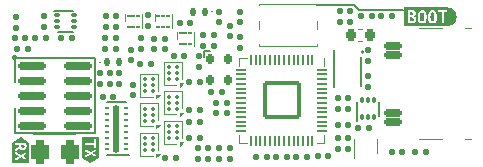
<source format=gbr>
%TF.GenerationSoftware,KiCad,Pcbnew,8.0.3*%
%TF.CreationDate,2024-06-14T23:01:07+10:00*%
%TF.ProjectId,rs-probe,72732d70-726f-4626-952e-6b696361645f,rev?*%
%TF.SameCoordinates,Original*%
%TF.FileFunction,Legend,Top*%
%TF.FilePolarity,Positive*%
%FSLAX46Y46*%
G04 Gerber Fmt 4.6, Leading zero omitted, Abs format (unit mm)*
G04 Created by KiCad (PCBNEW 8.0.3) date 2024-06-14 23:01:07*
%MOMM*%
%LPD*%
G01*
G04 APERTURE LIST*
G04 Aperture macros list*
%AMRoundRect*
0 Rectangle with rounded corners*
0 $1 Rounding radius*
0 $2 $3 $4 $5 $6 $7 $8 $9 X,Y pos of 4 corners*
0 Add a 4 corners polygon primitive as box body*
4,1,4,$2,$3,$4,$5,$6,$7,$8,$9,$2,$3,0*
0 Add four circle primitives for the rounded corners*
1,1,$1+$1,$2,$3*
1,1,$1+$1,$4,$5*
1,1,$1+$1,$6,$7*
1,1,$1+$1,$8,$9*
0 Add four rect primitives between the rounded corners*
20,1,$1+$1,$2,$3,$4,$5,0*
20,1,$1+$1,$4,$5,$6,$7,0*
20,1,$1+$1,$6,$7,$8,$9,0*
20,1,$1+$1,$8,$9,$2,$3,0*%
G04 Aperture macros list end*
%ADD10C,0.200000*%
%ADD11C,0.265000*%
%ADD12C,0.275000*%
%ADD13C,0.120000*%
%ADD14C,0.150000*%
%ADD15C,0.000000*%
%ADD16C,0.100000*%
%ADD17RoundRect,0.185000X-1.015000X-0.185000X1.015000X-0.185000X1.015000X0.185000X-1.015000X0.185000X0*%
%ADD18C,0.650000*%
%ADD19RoundRect,0.150000X0.575000X-0.150000X0.575000X0.150000X-0.575000X0.150000X-0.575000X-0.150000X0*%
%ADD20O,1.450000X0.300000*%
%ADD21O,2.100000X1.000000*%
%ADD22O,1.600000X1.000000*%
%ADD23RoundRect,0.125000X0.200000X0.000010X-0.200000X0.000010X-0.200000X-0.000010X0.200000X-0.000010X0*%
%ADD24RoundRect,0.125000X0.125000X1.925000X-0.125000X1.925000X-0.125000X-1.925000X0.125000X-1.925000X0*%
%ADD25RoundRect,0.137500X-0.137500X-0.137500X0.137500X-0.137500X0.137500X0.137500X-0.137500X0.137500X0*%
%ADD26RoundRect,0.137500X0.137500X-0.137500X0.137500X0.137500X-0.137500X0.137500X-0.137500X-0.137500X0*%
%ADD27RoundRect,0.050000X-0.050000X0.387500X-0.050000X-0.387500X0.050000X-0.387500X0.050000X0.387500X0*%
%ADD28RoundRect,0.050000X-0.387500X0.050000X-0.387500X-0.050000X0.387500X-0.050000X0.387500X0.050000X0*%
%ADD29RoundRect,0.144000X-1.456000X1.456000X-1.456000X-1.456000X1.456000X-1.456000X1.456000X1.456000X0*%
%ADD30RoundRect,0.137500X-0.137500X0.137500X-0.137500X-0.137500X0.137500X-0.137500X0.137500X0.137500X0*%
%ADD31RoundRect,0.067500X0.097500X0.067500X-0.097500X0.067500X-0.097500X-0.067500X0.097500X-0.067500X0*%
%ADD32RoundRect,0.137500X0.137500X0.137500X-0.137500X0.137500X-0.137500X-0.137500X0.137500X-0.137500X0*%
%ADD33RoundRect,0.147500X0.147500X0.172500X-0.147500X0.172500X-0.147500X-0.172500X0.147500X-0.172500X0*%
%ADD34RoundRect,0.075000X-0.150000X-0.075000X0.150000X-0.075000X0.150000X0.075000X-0.150000X0.075000X0*%
%ADD35RoundRect,0.062500X0.087500X-0.062500X0.087500X0.062500X-0.087500X0.062500X-0.087500X-0.062500X0*%
%ADD36R,0.940000X0.300000*%
%ADD37R,0.650000X0.850000*%
%ADD38O,0.250000X0.600000*%
%ADD39R,1.600000X0.200000*%
%ADD40RoundRect,0.075000X0.075000X-0.150000X0.075000X0.150000X-0.075000X0.150000X-0.075000X-0.150000X0*%
%ADD41RoundRect,0.375000X-0.375000X-0.625000X0.375000X-0.625000X0.375000X0.625000X-0.375000X0.625000X0*%
%ADD42RoundRect,0.147500X-0.147500X-0.172500X0.147500X-0.172500X0.147500X0.172500X-0.147500X0.172500X0*%
%ADD43RoundRect,0.218750X0.218750X0.256250X-0.218750X0.256250X-0.218750X-0.256250X0.218750X-0.256250X0*%
%ADD44RoundRect,0.175000X-0.175000X0.275000X-0.175000X-0.275000X0.175000X-0.275000X0.175000X0.275000X0*%
%ADD45R,1.450000X0.700000*%
%ADD46C,1.100000*%
%ADD47C,0.990600*%
G04 APERTURE END LIST*
D10*
X7700000Y2835000D02*
X900000Y2835000D01*
D11*
X33900000Y13350000D02*
X33900000Y12050000D01*
D10*
X29600000Y13700000D02*
X30050000Y13250000D01*
X7700000Y9235000D02*
X7700000Y2835000D01*
X26450000Y13700000D02*
X29600000Y13700000D01*
X900000Y2835000D02*
X900000Y4935000D01*
X900000Y9235000D02*
X7700000Y9235000D01*
D12*
X1037500Y9235000D02*
G75*
G02*
X762500Y9235000I-137500J0D01*
G01*
X762500Y9235000D02*
G75*
G02*
X1037500Y9235000I137500J0D01*
G01*
D10*
X900000Y7135000D02*
X900000Y9235000D01*
X30050000Y13250000D02*
X33800000Y13250000D01*
D13*
%TO.C,U5*%
X1210000Y9170000D02*
X2535000Y9170000D01*
X2475000Y2825000D02*
X2475000Y2760000D01*
X2475000Y2760000D02*
X6005000Y2760000D01*
X2535000Y9235000D02*
X2535000Y9170000D01*
X2535000Y9235000D02*
X6065000Y9235000D01*
X6005000Y2825000D02*
X6005000Y2760000D01*
X6065000Y9235000D02*
X6065000Y9170000D01*
%TO.C,J1*%
X35100000Y11700000D02*
X37100000Y11700000D01*
X35100000Y2300000D02*
X37100000Y2300000D01*
X39000000Y11700000D02*
X39540000Y11700000D01*
X39000000Y2300000D02*
X39540000Y2300000D01*
D14*
%TO.C,U4*%
X10300000Y5450000D02*
X8700000Y5450000D01*
X10600000Y950000D02*
X8700000Y950000D01*
D13*
%TO.C,U6*%
X19890000Y9210000D02*
X20540000Y9210000D01*
X19890000Y8560000D02*
X19890000Y9210000D01*
X19890000Y2640000D02*
X19890000Y1990000D01*
X19890000Y1990000D02*
X20540000Y1990000D01*
X27110000Y8560000D02*
X27110000Y9210000D01*
X27110000Y2640000D02*
X27110000Y1990000D01*
X27110000Y1990000D02*
X26460000Y1990000D01*
%TO.C,U10*%
X11540000Y7870000D02*
X11540000Y5930000D01*
X11540000Y5930000D02*
X12570000Y5930000D01*
X13060000Y7870000D02*
X11540000Y7870000D01*
X13060000Y6430000D02*
X13060000Y7870000D01*
X12900000Y5780000D02*
X12900000Y6060000D01*
X13180000Y6060000D01*
X12900000Y5780000D01*
G36*
X12900000Y5780000D02*
G01*
X12900000Y6060000D01*
X13180000Y6060000D01*
X12900000Y5780000D01*
G37*
D15*
%TO.C,kibuzzard-61EE8014*%
G36*
X34640644Y12597844D02*
G01*
X34690412Y12485211D01*
X34672950Y12407503D01*
X34628421Y12360354D01*
X34566429Y12337653D01*
X34494832Y12331541D01*
X34441572Y12333287D01*
X34391804Y12338526D01*
X34391804Y12631896D01*
X34507056Y12631896D01*
X34640644Y12597844D01*
G37*
G36*
X34547220Y13060601D02*
G01*
X34596115Y13043138D01*
X34629294Y13006467D01*
X34641517Y12944475D01*
X34599607Y12845812D01*
X34475624Y12810014D01*
X34391804Y12810014D01*
X34391804Y13057981D01*
X34438952Y13063220D01*
X34489594Y13064966D01*
X34547220Y13060601D01*
G37*
G36*
X35481464Y13047504D02*
G01*
X35532978Y12967176D01*
X35557426Y12847558D01*
X35562010Y12776180D01*
X35563537Y12700000D01*
X35562010Y12624038D01*
X35557426Y12553315D01*
X35532978Y12433697D01*
X35480591Y12352496D01*
X35392405Y12322810D01*
X35303346Y12352496D01*
X35251832Y12432824D01*
X35227384Y12552442D01*
X35222800Y12623820D01*
X35221272Y12700000D01*
X35222800Y12775962D01*
X35227384Y12846685D01*
X35251832Y12966303D01*
X35303346Y13047504D01*
X35392405Y13077190D01*
X35481464Y13047504D01*
G37*
G36*
X36354589Y13047504D02*
G01*
X36406103Y12967176D01*
X36430551Y12847558D01*
X36435135Y12776180D01*
X36436662Y12700000D01*
X36435135Y12624038D01*
X36430551Y12553315D01*
X36406103Y12433697D01*
X36353716Y12352496D01*
X36265530Y12322810D01*
X36176471Y12352496D01*
X36124957Y12432824D01*
X36100509Y12552442D01*
X36095925Y12623820D01*
X36094397Y12700000D01*
X36095925Y12775962D01*
X36100509Y12846685D01*
X36124957Y12966303D01*
X36176471Y13047504D01*
X36265530Y13077190D01*
X36354589Y13047504D01*
G37*
G36*
X34177015Y13482320D02*
G01*
X37531561Y13482320D01*
X37531707Y13482320D01*
X37608388Y13478553D01*
X37684330Y13467288D01*
X37758802Y13448634D01*
X37831088Y13422769D01*
X37900490Y13389945D01*
X37966340Y13350475D01*
X38028005Y13304742D01*
X38084890Y13253184D01*
X38136448Y13196299D01*
X38182182Y13134634D01*
X38221651Y13068783D01*
X38254476Y12999381D01*
X38280340Y12927095D01*
X38298995Y12852623D01*
X38310260Y12776681D01*
X38314027Y12700000D01*
X38310260Y12623319D01*
X38298995Y12547377D01*
X38280340Y12472905D01*
X38254476Y12400619D01*
X38221651Y12331217D01*
X38182182Y12265366D01*
X38136448Y12203701D01*
X38084890Y12146816D01*
X38028005Y12095258D01*
X37966340Y12049525D01*
X37900490Y12010055D01*
X37831088Y11977231D01*
X37758802Y11951366D01*
X37684330Y11932712D01*
X37608388Y11921447D01*
X37531707Y11917680D01*
X37531561Y11917680D01*
X34177015Y11917680D01*
X33885973Y11917680D01*
X33885973Y13225621D01*
X34177015Y13225621D01*
X34177015Y12176125D01*
X34252540Y12162373D01*
X34328939Y12152551D01*
X34404464Y12146657D01*
X34477370Y12144692D01*
X34563591Y12148840D01*
X34644137Y12161282D01*
X34716606Y12183547D01*
X34778598Y12217162D01*
X34868530Y12321937D01*
X34893414Y12395498D01*
X34901709Y12485211D01*
X34891886Y12558554D01*
X34862418Y12628404D01*
X34805447Y12689522D01*
X34784928Y12700000D01*
X35002991Y12700000D01*
X35009267Y12568868D01*
X35028094Y12454870D01*
X35059472Y12358008D01*
X35103401Y12278281D01*
X35180333Y12199214D01*
X35277249Y12151775D01*
X35394151Y12135961D01*
X35508240Y12151775D01*
X35603701Y12199214D01*
X35680536Y12278281D01*
X35724847Y12358008D01*
X35756498Y12454870D01*
X35775489Y12568868D01*
X35781819Y12700000D01*
X35876116Y12700000D01*
X35882392Y12568868D01*
X35901219Y12454870D01*
X35932597Y12358008D01*
X35976526Y12278281D01*
X36053458Y12199214D01*
X36150374Y12151775D01*
X36267276Y12135961D01*
X36381365Y12151775D01*
X36476826Y12199214D01*
X36553661Y12278281D01*
X36597972Y12358008D01*
X36629623Y12454870D01*
X36648614Y12568868D01*
X36654944Y12700000D01*
X36648723Y12831132D01*
X36630060Y12945130D01*
X36598955Y13041992D01*
X36588314Y13061474D01*
X36745749Y13061474D01*
X37030387Y13061474D01*
X37030387Y12158662D01*
X37246922Y12158662D01*
X37246922Y13061474D01*
X37531561Y13061474D01*
X37531561Y13239591D01*
X36745749Y13239591D01*
X36745749Y13061474D01*
X36588314Y13061474D01*
X36555407Y13121719D01*
X36478961Y13200786D01*
X36382335Y13248225D01*
X36265530Y13264039D01*
X36152218Y13248225D01*
X36056756Y13200786D01*
X35979145Y13121719D01*
X35934070Y13041992D01*
X35901873Y12945130D01*
X35882556Y12831132D01*
X35876116Y12700000D01*
X35781819Y12700000D01*
X35775598Y12831132D01*
X35756935Y12945130D01*
X35725830Y13041992D01*
X35682282Y13121719D01*
X35605836Y13200786D01*
X35509210Y13248225D01*
X35392405Y13264039D01*
X35279093Y13248225D01*
X35183631Y13200786D01*
X35106020Y13121719D01*
X35060945Y13041992D01*
X35028748Y12945130D01*
X35009431Y12831132D01*
X35002991Y12700000D01*
X34784928Y12700000D01*
X34713114Y12736671D01*
X34813523Y12830969D01*
X34841681Y12894707D01*
X34851067Y12967176D01*
X34835351Y13068459D01*
X34775979Y13160137D01*
X34655487Y13226494D01*
X34567302Y13245485D01*
X34456415Y13251815D01*
X34311476Y13243957D01*
X34177015Y13225621D01*
X33885973Y13225621D01*
X33885973Y13482320D01*
X34177015Y13482320D01*
G37*
D16*
%TO.C,D2*%
X17640000Y13100000D02*
G75*
G02*
X17540000Y13100000I-50000J0D01*
G01*
X17540000Y13100000D02*
G75*
G02*
X17640000Y13100000I50000J0D01*
G01*
D14*
%TO.C,Q1*%
X4200000Y13200000D02*
X5800000Y13200000D01*
X5800000Y11400000D02*
X4600000Y11400000D01*
D13*
%TO.C,U8*%
X11540000Y5370000D02*
X11540000Y3430000D01*
X11540000Y3430000D02*
X12570000Y3430000D01*
X13060000Y5370000D02*
X11540000Y5370000D01*
X13060000Y3930000D02*
X13060000Y5370000D01*
X12900000Y3280000D02*
X12900000Y3560000D01*
X13180000Y3560000D01*
X12900000Y3280000D01*
G36*
X12900000Y3280000D02*
G01*
X12900000Y3560000D01*
X13180000Y3560000D01*
X12900000Y3280000D01*
G37*
D15*
%TO.C,kibuzzard-6228D4B3*%
G36*
X1726231Y1782521D02*
G01*
X1727025Y1755534D01*
X1717897Y1685287D01*
X1690513Y1630121D01*
X1643681Y1594403D01*
X1576213Y1582496D01*
X1465881Y1626946D01*
X1436711Y1685287D01*
X1426988Y1771409D01*
X1426988Y1814271D01*
X1722263Y1814271D01*
X1726231Y1782521D01*
G37*
G36*
X2095325Y2009666D02*
G01*
X2095325Y2009534D01*
X2095325Y525221D01*
X2095325Y326784D01*
X704675Y326784D01*
X704675Y525221D01*
X704675Y1072909D01*
X903112Y1072909D01*
X989036Y1036396D01*
X1084881Y993534D01*
X1183902Y947496D01*
X1279350Y901459D01*
X1180925Y854826D01*
X1082500Y810178D01*
X988441Y769895D01*
X903112Y736359D01*
X903112Y525221D01*
X1007094Y568084D01*
X1070594Y597254D01*
X1138856Y630790D01*
X1210492Y667898D01*
X1284112Y707784D01*
X1357137Y749456D01*
X1426988Y791921D01*
X1885775Y541096D01*
X1885775Y737946D01*
X1571450Y901459D01*
X1885775Y1057034D01*
X1885775Y1268171D01*
X1422225Y1010996D01*
X1352573Y1049890D01*
X1280144Y1090371D01*
X1207317Y1130654D01*
X1136475Y1168953D01*
X1069006Y1204671D01*
X1006300Y1237215D01*
X903112Y1284046D01*
X903112Y1072909D01*
X704675Y1072909D01*
X704675Y1814271D01*
X903112Y1814271D01*
X1265062Y1814271D01*
X1265062Y1712671D01*
X1175170Y1658895D01*
X1086469Y1608690D01*
X996577Y1563248D01*
X903112Y1523759D01*
X903112Y1318971D01*
X1007094Y1364215D01*
X1116631Y1418984D01*
X1221406Y1477721D01*
X1312687Y1534871D01*
X1357534Y1465418D01*
X1419050Y1418984D01*
X1492869Y1392790D01*
X1574625Y1384059D01*
X1651817Y1390607D01*
X1718294Y1410253D01*
X1819100Y1485659D01*
X1853628Y1539634D01*
X1877838Y1603134D01*
X1892125Y1675365D01*
X1896888Y1755534D01*
X1895300Y1811096D01*
X1891331Y1877771D01*
X1883394Y1946828D01*
X1871488Y2009534D01*
X903112Y2009534D01*
X903112Y1814271D01*
X704675Y1814271D01*
X704675Y2009534D01*
X704675Y2009666D01*
X1400000Y2473216D01*
X2095325Y2009666D01*
G37*
D13*
%TO.C,U14*%
X12755000Y12300000D02*
X12755000Y12900000D01*
X14175000Y11700000D02*
X14175000Y12900000D01*
%TO.C,U9*%
X13540000Y6370000D02*
X13540000Y4430000D01*
X13540000Y4430000D02*
X14570000Y4430000D01*
X15060000Y6370000D02*
X13540000Y6370000D01*
X15060000Y4930000D02*
X15060000Y6370000D01*
X14900000Y4280000D02*
X14900000Y4560000D01*
X15180000Y4560000D01*
X14900000Y4280000D01*
G36*
X14900000Y4280000D02*
G01*
X14900000Y4560000D01*
X15180000Y4560000D01*
X14900000Y4280000D01*
G37*
%TO.C,D1*%
X29650000Y700000D02*
X29650000Y2300000D01*
X31550000Y1150000D02*
X31550000Y2300000D01*
D14*
%TO.C,U3*%
X27950000Y9850000D02*
X27950000Y6750000D01*
X30250000Y9300000D02*
X30250000Y6800000D01*
D10*
X30450000Y9700000D02*
G75*
G02*
X30250000Y9700000I-100000J0D01*
G01*
X30250000Y9700000D02*
G75*
G02*
X30450000Y9700000I100000J0D01*
G01*
D14*
%TO.C,U7*%
X29900000Y3900000D02*
X29900000Y5500000D01*
X31700000Y5500000D02*
X31700000Y4300000D01*
D15*
%TO.C,kibuzzard-6228D4CF*%
G36*
X7989769Y2295945D02*
G01*
X7989769Y765595D01*
X7989769Y765463D01*
X7300000Y305617D01*
X6610231Y765463D01*
X6610231Y765595D01*
X6610231Y1313283D01*
X6808669Y1313283D01*
X6894592Y1276770D01*
X6990437Y1233908D01*
X7089458Y1187870D01*
X7184906Y1141833D01*
X7086481Y1095200D01*
X6988056Y1050552D01*
X6893997Y1010269D01*
X6808669Y976733D01*
X6808669Y765595D01*
X6912650Y808458D01*
X6976150Y837628D01*
X7044412Y871164D01*
X7116048Y908272D01*
X7189669Y948158D01*
X7262694Y989830D01*
X7332544Y1032295D01*
X7791331Y781470D01*
X7791331Y978320D01*
X7477006Y1141833D01*
X7791331Y1297408D01*
X7791331Y1508545D01*
X7327781Y1251370D01*
X7258130Y1290264D01*
X7185700Y1330745D01*
X7112873Y1371028D01*
X7042031Y1409327D01*
X6974562Y1445045D01*
X6911856Y1477589D01*
X6808669Y1524420D01*
X6808669Y1313283D01*
X6610231Y1313283D01*
X6610231Y2037183D01*
X6808669Y2037183D01*
X6808669Y1840333D01*
X7629406Y1840333D01*
X7629406Y1581570D01*
X7791331Y1581570D01*
X7791331Y2295945D01*
X7629406Y2295945D01*
X7629406Y2037183D01*
X6808669Y2037183D01*
X6610231Y2037183D01*
X6610231Y2295945D01*
X6610231Y2494383D01*
X7989769Y2494383D01*
X7989769Y2295945D01*
G37*
D13*
%TO.C,U13*%
X10240000Y12300000D02*
X10240000Y12900000D01*
X11660000Y11700000D02*
X11660000Y12900000D01*
%TO.C,U1*%
X11540000Y2870000D02*
X11540000Y930000D01*
X11540000Y930000D02*
X12570000Y930000D01*
X13060000Y2870000D02*
X11540000Y2870000D01*
X13060000Y1430000D02*
X13060000Y2870000D01*
X12900000Y780000D02*
X12900000Y1060000D01*
X13180000Y1060000D01*
X12900000Y780000D01*
G36*
X12900000Y780000D02*
G01*
X12900000Y1060000D01*
X13180000Y1060000D01*
X12900000Y780000D01*
G37*
%TO.C,U11*%
X13540000Y8870000D02*
X13540000Y6930000D01*
X13540000Y6930000D02*
X14570000Y6930000D01*
X15060000Y8870000D02*
X13540000Y8870000D01*
X15060000Y7430000D02*
X15060000Y8870000D01*
X14900000Y6780000D02*
X14900000Y7060000D01*
X15180000Y7060000D01*
X14900000Y6780000D01*
G36*
X14900000Y6780000D02*
G01*
X14900000Y7060000D01*
X15180000Y7060000D01*
X14900000Y6780000D01*
G37*
D16*
%TO.C,D3*%
X8160000Y8850000D02*
G75*
G02*
X8060000Y8850000I-50000J0D01*
G01*
X8060000Y8850000D02*
G75*
G02*
X8160000Y8850000I50000J0D01*
G01*
D13*
%TO.C,F1*%
X30312779Y11660000D02*
X29987221Y11660000D01*
X30312779Y10640000D02*
X29987221Y10640000D01*
%TO.C,U2*%
X13540000Y3870000D02*
X13540000Y1930000D01*
X13540000Y1930000D02*
X14570000Y1930000D01*
X15060000Y3870000D02*
X13540000Y3870000D01*
X15060000Y2430000D02*
X15060000Y3870000D01*
X14900000Y1780000D02*
X14900000Y2060000D01*
X15180000Y2060000D01*
X14900000Y1780000D01*
G36*
X14900000Y1780000D02*
G01*
X14900000Y2060000D01*
X15180000Y2060000D01*
X14900000Y1780000D01*
G37*
D14*
%TO.C,X1*%
X16900000Y9750000D02*
X16900000Y9300000D01*
X17400000Y9750000D02*
X16900000Y9750000D01*
D13*
%TO.C,U12*%
X14640000Y10825000D02*
X14640000Y11425000D01*
X16060000Y10225000D02*
X16060000Y11425000D01*
%TO.C,SW1*%
X21550000Y13750000D02*
X21550000Y13650000D01*
X21550000Y12350000D02*
X21550000Y11650000D01*
X21550000Y10350000D02*
X21550000Y10250000D01*
X21550000Y10250000D02*
X26450000Y10250000D01*
X26450000Y13750000D02*
X21550000Y13750000D01*
X26450000Y13750000D02*
X26450000Y13650000D01*
X26450000Y12350000D02*
X26450000Y11650000D01*
X26450000Y10250000D02*
X26450000Y10350000D01*
%TD*%
%LPC*%
D17*
%TO.C,U5*%
X2350000Y8540000D03*
X6250000Y8540000D03*
X2350000Y7270000D03*
X6250000Y7270000D03*
X2350000Y6000000D03*
X6250000Y6000000D03*
X2350000Y4730000D03*
X6250000Y4730000D03*
X2350000Y3460000D03*
X6250000Y3460000D03*
%TD*%
D18*
%TO.C,J1*%
X34400000Y4110000D03*
X34400000Y9890000D03*
D19*
X32955000Y3750000D03*
X32955000Y4550000D03*
D20*
X32955000Y5750000D03*
X32955000Y6750000D03*
X32955000Y7250000D03*
X32955000Y8250000D03*
D19*
X32955000Y9450000D03*
X32955000Y10250000D03*
X32955000Y10250000D03*
X32955000Y9450000D03*
D20*
X32955000Y8750000D03*
X32955000Y7750000D03*
X32955000Y6250000D03*
X32955000Y5250000D03*
D19*
X32955000Y4550000D03*
X32955000Y3750000D03*
D21*
X33870000Y2680000D03*
D22*
X38050000Y2680000D03*
D21*
X33870000Y11320000D03*
D22*
X38050000Y11320000D03*
%TD*%
D23*
%TO.C,U4*%
X10325000Y1450000D03*
X10325000Y1950000D03*
X10325000Y2450000D03*
X10325000Y2950000D03*
X10325000Y3450000D03*
X10325000Y3950000D03*
X10325000Y4450000D03*
X10325000Y4950000D03*
X8675000Y4950000D03*
X8675000Y4450000D03*
X8675000Y3950000D03*
X8675000Y3450000D03*
X8675000Y2950000D03*
X8675000Y2450000D03*
X8675000Y1950000D03*
X8675000Y1450000D03*
D24*
X9500000Y3200000D03*
%TD*%
D25*
%TO.C,R29*%
X30250000Y12750000D03*
X31150000Y12750000D03*
%TD*%
%TO.C,R9*%
X8075000Y7900000D03*
X8975000Y7900000D03*
%TD*%
D26*
%TO.C,R2*%
X30800000Y8950000D03*
X30800000Y9850000D03*
%TD*%
D27*
%TO.C,U6*%
X26100000Y9037500D03*
X25700000Y9037500D03*
X25300000Y9037500D03*
X24900000Y9037500D03*
X24500000Y9037500D03*
X24100000Y9037500D03*
X23700000Y9037500D03*
X23300000Y9037500D03*
X22900000Y9037500D03*
X22500000Y9037500D03*
X22100000Y9037500D03*
X21700000Y9037500D03*
X21300000Y9037500D03*
X20900000Y9037500D03*
D28*
X20062500Y8200000D03*
X20062500Y7800000D03*
X20062500Y7400000D03*
X20062500Y7000000D03*
X20062500Y6600000D03*
X20062500Y6200000D03*
X20062500Y5800000D03*
X20062500Y5400000D03*
X20062500Y5000000D03*
X20062500Y4600000D03*
X20062500Y4200000D03*
X20062500Y3800000D03*
X20062500Y3400000D03*
X20062500Y3000000D03*
D27*
X20900000Y2162500D03*
X21300000Y2162500D03*
X21700000Y2162500D03*
X22100000Y2162500D03*
X22500000Y2162500D03*
X22900000Y2162500D03*
X23300000Y2162500D03*
X23700000Y2162500D03*
X24100000Y2162500D03*
X24500000Y2162500D03*
X24900000Y2162500D03*
X25300000Y2162500D03*
X25700000Y2162500D03*
X26100000Y2162500D03*
D28*
X26937500Y3000000D03*
X26937500Y3400000D03*
X26937500Y3800000D03*
X26937500Y4200000D03*
X26937500Y4600000D03*
X26937500Y5000000D03*
X26937500Y5400000D03*
X26937500Y5800000D03*
X26937500Y6200000D03*
X26937500Y6600000D03*
X26937500Y7000000D03*
X26937500Y7400000D03*
X26937500Y7800000D03*
X26937500Y8200000D03*
D29*
X23500000Y5600000D03*
%TD*%
D30*
%TO.C,R17*%
X16500000Y9350000D03*
X16500000Y8450000D03*
%TD*%
D31*
%TO.C,U10*%
X12640000Y6400000D03*
X12640000Y6900000D03*
X12640000Y7400000D03*
X11960000Y7400000D03*
X11960000Y6900000D03*
X11960000Y6400000D03*
%TD*%
D32*
%TO.C,C22*%
X23950000Y800000D03*
X23050000Y800000D03*
%TD*%
D33*
%TO.C,D2*%
X16985000Y13100000D03*
X16015000Y13100000D03*
%TD*%
D25*
%TO.C,C25*%
X14350000Y9350000D03*
X15250000Y9350000D03*
%TD*%
D26*
%TO.C,C13*%
X20000000Y10050000D03*
X20000000Y10950000D03*
%TD*%
D25*
%TO.C,C18*%
X15650000Y7200000D03*
X16550000Y7200000D03*
%TD*%
D26*
%TO.C,R8*%
X16400000Y650000D03*
X16400000Y1550000D03*
%TD*%
D32*
%TO.C,R11*%
X8975000Y7000000D03*
X8075000Y7000000D03*
%TD*%
D25*
%TO.C,C17*%
X15650000Y3800000D03*
X16550000Y3800000D03*
%TD*%
D32*
%TO.C,R13*%
X13600000Y10800000D03*
X12700000Y10800000D03*
%TD*%
%TO.C,C1*%
X18450000Y6300000D03*
X17550000Y6300000D03*
%TD*%
D34*
%TO.C,Q1*%
X4500000Y12800000D03*
X4500000Y12300000D03*
X4500000Y11800000D03*
X5900000Y11800000D03*
X5900000Y12300000D03*
X5900000Y12800000D03*
%TD*%
D31*
%TO.C,U8*%
X12640000Y3900000D03*
X12640000Y4400000D03*
X12640000Y4900000D03*
X11960000Y4900000D03*
X11960000Y4400000D03*
X11960000Y3900000D03*
%TD*%
D32*
%TO.C,C3*%
X22250000Y800000D03*
X21350000Y800000D03*
%TD*%
D25*
%TO.C,R16*%
X8550000Y10900000D03*
X9450000Y10900000D03*
%TD*%
D30*
%TO.C,C26*%
X9500000Y12750000D03*
X9500000Y11850000D03*
%TD*%
D32*
%TO.C,C24*%
X15775000Y12175000D03*
X14875000Y12175000D03*
%TD*%
D30*
%TO.C,C23*%
X29300000Y13150000D03*
X29300000Y12250000D03*
%TD*%
%TO.C,C28*%
X28400000Y13150000D03*
X28400000Y12250000D03*
%TD*%
D25*
%TO.C,C16*%
X13650000Y700000D03*
X14550000Y700000D03*
%TD*%
%TO.C,C6*%
X29950000Y3300000D03*
X30850000Y3300000D03*
%TD*%
D35*
%TO.C,U14*%
X13065000Y11825000D03*
X13465000Y11825000D03*
X13865000Y11825000D03*
X13865000Y12775000D03*
X13465000Y12775000D03*
X13065000Y12775000D03*
D36*
X13465000Y12300000D03*
%TD*%
D30*
%TO.C,C2*%
X12200000Y12800000D03*
X12200000Y11900000D03*
%TD*%
D26*
%TO.C,C27*%
X10700000Y9000000D03*
X10700000Y9900000D03*
%TD*%
D32*
%TO.C,R4*%
X35700000Y1250000D03*
X34800000Y1250000D03*
%TD*%
D26*
%TO.C,C21*%
X11550000Y10000000D03*
X11550000Y10900000D03*
%TD*%
D31*
%TO.C,U9*%
X14640000Y4900000D03*
X14640000Y5400000D03*
X14640000Y5900000D03*
X13960000Y5900000D03*
X13960000Y5400000D03*
X13960000Y4900000D03*
%TD*%
D37*
%TO.C,D1*%
X31025000Y775000D03*
X30175000Y775000D03*
X30175000Y2225000D03*
X31025000Y2225000D03*
%TD*%
D25*
%TO.C,C4*%
X28250000Y3500000D03*
X29150000Y3500000D03*
%TD*%
%TO.C,R14*%
X8550000Y10000000D03*
X9450000Y10000000D03*
%TD*%
D30*
%TO.C,R21*%
X16850000Y11150000D03*
X16850000Y10250000D03*
%TD*%
D38*
%TO.C,U3*%
X29850000Y9650000D03*
X29350000Y9650000D03*
X28850000Y9650000D03*
X28350000Y9650000D03*
X28350000Y6950000D03*
X28850000Y6950000D03*
X29350000Y6950000D03*
X29850000Y6950000D03*
D39*
X29100000Y8300000D03*
%TD*%
D30*
%TO.C,R25*%
X17750000Y11150000D03*
X17750000Y10250000D03*
%TD*%
%TO.C,R15*%
X8600000Y12750000D03*
X8600000Y11850000D03*
%TD*%
D26*
%TO.C,C15*%
X10900000Y6050000D03*
X10900000Y6950000D03*
%TD*%
D40*
%TO.C,U7*%
X30300000Y4200000D03*
X30800000Y4200000D03*
X31300000Y4200000D03*
X31300000Y5600000D03*
X30800000Y5600000D03*
X30300000Y5600000D03*
%TD*%
D32*
%TO.C,R10*%
X3550000Y10900000D03*
X2650000Y10900000D03*
%TD*%
D25*
%TO.C,C19*%
X15650000Y2400000D03*
X16550000Y2400000D03*
%TD*%
D30*
%TO.C,R23*%
X1000000Y12650000D03*
X1000000Y11750000D03*
%TD*%
D35*
%TO.C,U13*%
X10550000Y11825000D03*
X10950000Y11825000D03*
X11350000Y11825000D03*
X11350000Y12775000D03*
X10950000Y12775000D03*
X10550000Y12775000D03*
D36*
X10950000Y12300000D03*
%TD*%
D31*
%TO.C,U1*%
X12640000Y1400000D03*
X12640000Y1900000D03*
X12640000Y2400000D03*
X11960000Y2400000D03*
X11960000Y1900000D03*
X11960000Y1400000D03*
%TD*%
D41*
%TO.C,J10*%
X3060000Y1200000D03*
%TD*%
D32*
%TO.C,R6*%
X25650000Y800000D03*
X24750000Y800000D03*
%TD*%
%TO.C,R7*%
X29150000Y1500000D03*
X28250000Y1500000D03*
%TD*%
D31*
%TO.C,U11*%
X14640000Y7400000D03*
X14640000Y7900000D03*
X14640000Y8400000D03*
X13960000Y8400000D03*
X13960000Y7900000D03*
X13960000Y7400000D03*
%TD*%
D41*
%TO.C,J11*%
X5600000Y1200000D03*
%TD*%
D26*
%TO.C,R1*%
X19100000Y650000D03*
X19100000Y1550000D03*
%TD*%
D32*
%TO.C,C10*%
X18850000Y4500000D03*
X17950000Y4500000D03*
%TD*%
%TO.C,R12*%
X13600000Y9950000D03*
X12700000Y9950000D03*
%TD*%
D25*
%TO.C,C7*%
X28250000Y5800000D03*
X29150000Y5800000D03*
%TD*%
D32*
%TO.C,R22*%
X9250000Y5900000D03*
X8350000Y5900000D03*
%TD*%
D25*
%TO.C,C20*%
X15650000Y4800000D03*
X16550000Y4800000D03*
%TD*%
%TO.C,C11*%
X28250000Y2400000D03*
X29150000Y2400000D03*
%TD*%
D26*
%TO.C,C14*%
X30800000Y6750000D03*
X30800000Y7650000D03*
%TD*%
D42*
%TO.C,D3*%
X8715000Y8850000D03*
X9685000Y8850000D03*
%TD*%
D32*
%TO.C,R27*%
X12400000Y8650000D03*
X11500000Y8650000D03*
%TD*%
D25*
%TO.C,R18*%
X1100000Y9950000D03*
X2000000Y9950000D03*
%TD*%
%TO.C,R20*%
X4850000Y10900000D03*
X5750000Y10900000D03*
%TD*%
D26*
%TO.C,C8*%
X17300000Y650000D03*
X17300000Y1550000D03*
%TD*%
D43*
%TO.C,F1*%
X30937500Y11150000D03*
X29362500Y11150000D03*
%TD*%
D32*
%TO.C,R5*%
X27450000Y900000D03*
X26550000Y900000D03*
%TD*%
D31*
%TO.C,U2*%
X14640000Y2400000D03*
X14640000Y2900000D03*
X14640000Y3400000D03*
X13960000Y3400000D03*
X13960000Y2900000D03*
X13960000Y2400000D03*
%TD*%
D30*
%TO.C,R19*%
X3400000Y12750000D03*
X3400000Y11850000D03*
%TD*%
D32*
%TO.C,C9*%
X18850000Y5400000D03*
X17950000Y5400000D03*
%TD*%
D44*
%TO.C,X1*%
X17450000Y9100000D03*
X17450000Y7300000D03*
X18950000Y7325000D03*
X18950000Y9075000D03*
%TD*%
D26*
%TO.C,C30*%
X18200000Y12225000D03*
X18200000Y13125000D03*
%TD*%
D32*
%TO.C,R3*%
X33700000Y1250000D03*
X32800000Y1250000D03*
%TD*%
D26*
%TO.C,C29*%
X20000000Y12225000D03*
X20000000Y13125000D03*
%TD*%
D35*
%TO.C,U12*%
X14950000Y10350000D03*
X15350000Y10350000D03*
X15750000Y10350000D03*
X15750000Y11300000D03*
X15350000Y11300000D03*
X14950000Y11300000D03*
D36*
X15350000Y10825000D03*
%TD*%
D45*
%TO.C,SW1*%
X21420000Y13000000D03*
X26580000Y13000000D03*
X21420000Y11000000D03*
X26580000Y11000000D03*
%TD*%
D26*
%TO.C,C5*%
X18200000Y650000D03*
X18200000Y1550000D03*
%TD*%
D30*
%TO.C,FB1*%
X19100000Y11925000D03*
X19100000Y11025000D03*
%TD*%
%TO.C,R26*%
X9750000Y7900000D03*
X9750000Y7000000D03*
%TD*%
D25*
%TO.C,R28*%
X31950000Y12750000D03*
X32850000Y12750000D03*
%TD*%
%TO.C,C12*%
X28250000Y4900000D03*
X29150000Y4900000D03*
%TD*%
D32*
%TO.C,R24*%
X1800000Y10900000D03*
X900000Y10900000D03*
%TD*%
D46*
%TO.C,J2*%
X0Y1000000D03*
X0Y2500000D03*
X0Y4000000D03*
X0Y5500000D03*
X0Y7000000D03*
X0Y8500000D03*
X0Y10000000D03*
X0Y11500000D03*
X0Y13000000D03*
%TD*%
%TO.C,J4*%
X30500000Y14000000D03*
X32000000Y14000000D03*
X33500000Y14000000D03*
%TD*%
%TO.C,J3*%
X33500000Y0D03*
X32000000Y0D03*
%TD*%
D47*
%TO.C,J5*%
X2060000Y12200000D03*
X7140000Y13216000D03*
X7140000Y11184000D03*
%TD*%
%LPD*%
M02*

</source>
